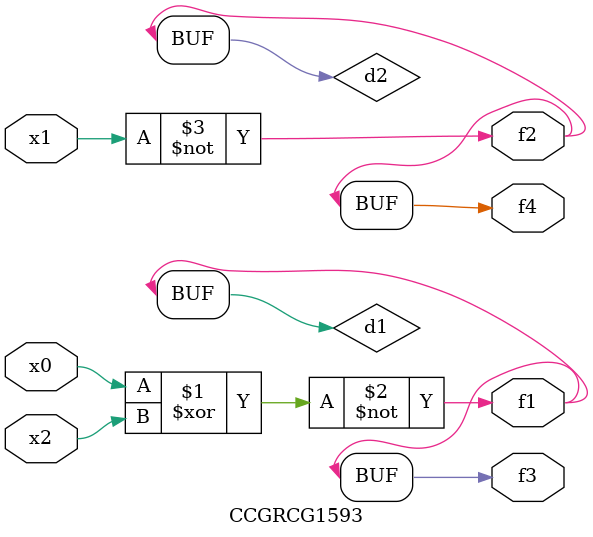
<source format=v>
module CCGRCG1593(
	input x0, x1, x2,
	output f1, f2, f3, f4
);

	wire d1, d2, d3;

	xnor (d1, x0, x2);
	nand (d2, x1);
	nor (d3, x1, x2);
	assign f1 = d1;
	assign f2 = d2;
	assign f3 = d1;
	assign f4 = d2;
endmodule

</source>
